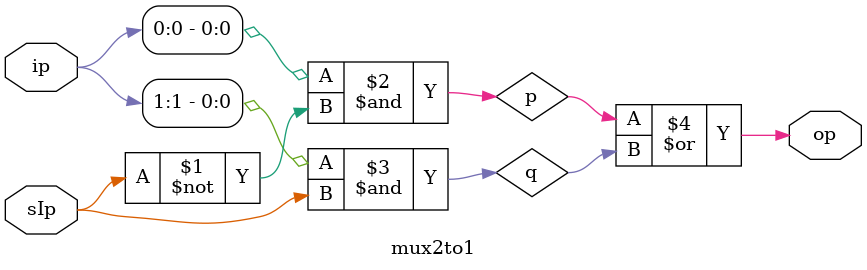
<source format=sv>

module mux2to1 (op, ip, sIp);

  output op;
  wire p, q;
  input[1:0] ip;
  input sIp;

  assign p = ip[0] & (~sIp);
  assign q = ip[1] & (sIp);
  assign op = p | q;

endmodule

// no testbech because this code is to program an fpga
// refer to the Pin Planner Diagram readme file

</source>
